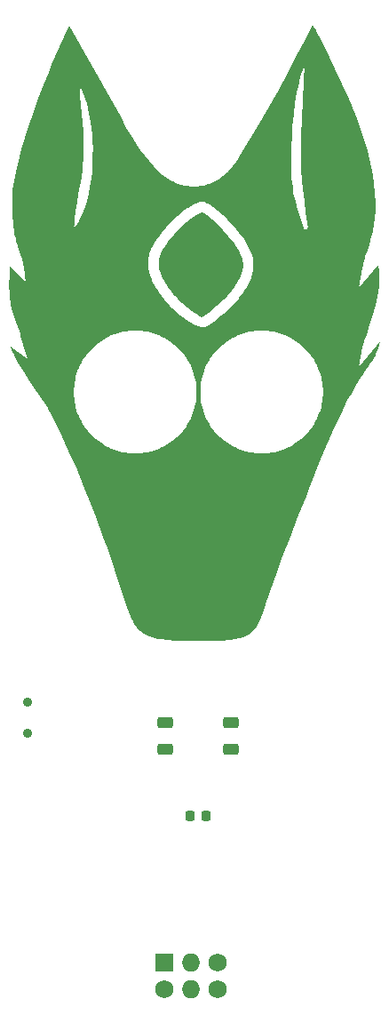
<source format=gts>
G04 #@! TF.GenerationSoftware,KiCad,Pcbnew,8.0.8*
G04 #@! TF.CreationDate,2025-01-21T00:02:22+01:00*
G04 #@! TF.ProjectId,cerberus,63657262-6572-4757-932e-6b696361645f,rev?*
G04 #@! TF.SameCoordinates,Original*
G04 #@! TF.FileFunction,Soldermask,Top*
G04 #@! TF.FilePolarity,Negative*
%FSLAX46Y46*%
G04 Gerber Fmt 4.6, Leading zero omitted, Abs format (unit mm)*
G04 Created by KiCad (PCBNEW 8.0.8) date 2025-01-21 00:02:22*
%MOMM*%
%LPD*%
G01*
G04 APERTURE LIST*
G04 Aperture macros list*
%AMRoundRect*
0 Rectangle with rounded corners*
0 $1 Rounding radius*
0 $2 $3 $4 $5 $6 $7 $8 $9 X,Y pos of 4 corners*
0 Add a 4 corners polygon primitive as box body*
4,1,4,$2,$3,$4,$5,$6,$7,$8,$9,$2,$3,0*
0 Add four circle primitives for the rounded corners*
1,1,$1+$1,$2,$3*
1,1,$1+$1,$4,$5*
1,1,$1+$1,$6,$7*
1,1,$1+$1,$8,$9*
0 Add four rect primitives between the rounded corners*
20,1,$1+$1,$2,$3,$4,$5,0*
20,1,$1+$1,$4,$5,$6,$7,0*
20,1,$1+$1,$6,$7,$8,$9,0*
20,1,$1+$1,$8,$9,$2,$3,0*%
G04 Aperture macros list end*
%ADD10C,0.000000*%
%ADD11RoundRect,0.218750X0.218750X0.256250X-0.218750X0.256250X-0.218750X-0.256250X0.218750X-0.256250X0*%
%ADD12R,1.727200X1.727200*%
%ADD13C,1.727200*%
%ADD14O,1.727200X1.727200*%
%ADD15RoundRect,0.275000X0.475000X0.275000X-0.475000X0.275000X-0.475000X-0.275000X0.475000X-0.275000X0*%
%ADD16C,0.900000*%
G04 APERTURE END LIST*
D10*
G36*
X65828310Y-71988823D02*
G01*
X65876926Y-72005515D01*
X65934398Y-72032744D01*
X66000219Y-72070024D01*
X66073884Y-72116874D01*
X66154888Y-72172808D01*
X66242725Y-72237344D01*
X66336890Y-72309996D01*
X66542180Y-72477716D01*
X66766715Y-72672098D01*
X67006452Y-72889271D01*
X67257345Y-73125362D01*
X67535075Y-73397972D01*
X67810738Y-73682017D01*
X68079939Y-73973287D01*
X68338283Y-74267572D01*
X68581372Y-74560662D01*
X68695823Y-74705442D01*
X68804812Y-74848344D01*
X68907789Y-74988842D01*
X69004206Y-75126410D01*
X69093512Y-75260521D01*
X69175158Y-75390648D01*
X69254728Y-75525268D01*
X69328240Y-75657521D01*
X69395673Y-75787580D01*
X69457004Y-75915612D01*
X69512212Y-76041788D01*
X69561275Y-76166278D01*
X69604170Y-76289252D01*
X69640875Y-76410878D01*
X69671369Y-76531327D01*
X69695630Y-76650768D01*
X69713635Y-76769372D01*
X69725362Y-76887308D01*
X69730790Y-77004746D01*
X69729897Y-77121855D01*
X69722660Y-77238805D01*
X69709058Y-77355766D01*
X69688037Y-77478761D01*
X69660090Y-77603155D01*
X69625195Y-77729126D01*
X69583329Y-77856853D01*
X69534471Y-77986514D01*
X69478599Y-78118288D01*
X69415690Y-78252351D01*
X69345722Y-78388884D01*
X69268675Y-78528064D01*
X69184525Y-78670070D01*
X69093251Y-78815079D01*
X68994830Y-78963270D01*
X68889241Y-79114821D01*
X68776461Y-79269911D01*
X68656470Y-79428718D01*
X68529244Y-79591421D01*
X68387885Y-79759411D01*
X68225732Y-79938892D01*
X68046108Y-80127014D01*
X67852335Y-80320931D01*
X67647738Y-80517795D01*
X67435637Y-80714756D01*
X67219358Y-80908967D01*
X67002222Y-81097580D01*
X66804350Y-81264312D01*
X66614321Y-81419905D01*
X66435079Y-81561841D01*
X66269571Y-81687604D01*
X66192889Y-81743633D01*
X66120744Y-81794674D01*
X66053506Y-81840413D01*
X65991543Y-81880535D01*
X65935223Y-81914724D01*
X65884914Y-81942667D01*
X65840986Y-81964049D01*
X65803805Y-81978554D01*
X65780882Y-81978120D01*
X65749464Y-81970149D01*
X65709964Y-81954952D01*
X65662797Y-81932838D01*
X65608377Y-81904121D01*
X65547118Y-81869109D01*
X65405739Y-81781448D01*
X65241974Y-81672342D01*
X65059137Y-81544278D01*
X64860542Y-81399742D01*
X64649502Y-81241221D01*
X64407597Y-81051546D01*
X64165448Y-80850953D01*
X63926688Y-80642125D01*
X63694948Y-80427748D01*
X63582845Y-80319317D01*
X63473858Y-80210505D01*
X63368442Y-80101649D01*
X63267051Y-79993082D01*
X63170138Y-79885142D01*
X63078157Y-79778163D01*
X62991562Y-79672481D01*
X62910808Y-79568432D01*
X62908947Y-79566572D01*
X62792347Y-79411541D01*
X62681663Y-79259566D01*
X62576873Y-79110559D01*
X62477957Y-78964434D01*
X62384894Y-78821103D01*
X62297664Y-78680479D01*
X62216246Y-78542475D01*
X62140620Y-78407005D01*
X62070764Y-78273981D01*
X62006658Y-78143316D01*
X61948282Y-78014923D01*
X61895615Y-77888716D01*
X61848636Y-77764607D01*
X61807325Y-77642509D01*
X61771661Y-77522336D01*
X61741623Y-77404000D01*
X61718903Y-77296000D01*
X61701055Y-77189099D01*
X61688061Y-77083218D01*
X61679902Y-76978277D01*
X61676557Y-76874194D01*
X61678007Y-76770889D01*
X61684233Y-76668283D01*
X61695216Y-76566294D01*
X61710935Y-76464842D01*
X61731372Y-76363847D01*
X61756507Y-76263229D01*
X61786320Y-76162906D01*
X61820792Y-76062800D01*
X61859903Y-75962828D01*
X61903635Y-75862912D01*
X61951967Y-75762969D01*
X61997902Y-75675775D01*
X62048567Y-75585507D01*
X62163269Y-75396676D01*
X62294429Y-75198324D01*
X62440407Y-74992300D01*
X62599557Y-74780452D01*
X62770238Y-74564629D01*
X62950807Y-74346679D01*
X63139622Y-74128450D01*
X63331166Y-73916011D01*
X63526983Y-73707467D01*
X63725553Y-73504535D01*
X63925356Y-73308932D01*
X64124873Y-73122372D01*
X64322583Y-72946572D01*
X64516968Y-72783248D01*
X64706506Y-72634116D01*
X64751950Y-72601163D01*
X64847158Y-72533144D01*
X64942900Y-72467057D01*
X65038527Y-72403261D01*
X65133390Y-72342119D01*
X65226839Y-72283992D01*
X65318224Y-72229240D01*
X65406897Y-72178226D01*
X65492208Y-72131310D01*
X65553190Y-72098773D01*
X65608344Y-72069705D01*
X65657173Y-72044374D01*
X65699180Y-72023048D01*
X65733868Y-72005995D01*
X65760741Y-71993483D01*
X65771092Y-71989014D01*
X65779302Y-71985779D01*
X65785311Y-71983814D01*
X65789055Y-71983152D01*
X65828310Y-71988823D01*
G37*
G36*
X76456219Y-54292555D02*
G01*
X76572511Y-54478496D01*
X76812852Y-54895499D01*
X77059341Y-55358828D01*
X77306939Y-55851880D01*
X77550609Y-56358050D01*
X77785312Y-56860735D01*
X78207669Y-57789238D01*
X78449520Y-58321710D01*
X78554535Y-58546416D01*
X78603274Y-58647766D01*
X78649578Y-58741544D01*
X78987465Y-59425553D01*
X79321629Y-60125139D01*
X79649852Y-60839244D01*
X79969915Y-61566806D01*
X80279598Y-62306766D01*
X80576682Y-63058065D01*
X80858949Y-63819642D01*
X81124178Y-64590438D01*
X81367624Y-65361379D01*
X81589475Y-66138070D01*
X81787506Y-66919367D01*
X81959493Y-67704122D01*
X82103209Y-68491189D01*
X82216429Y-69279424D01*
X82296929Y-70067681D01*
X82324213Y-70461459D01*
X82342482Y-70854812D01*
X82351052Y-71259190D01*
X82348537Y-71644029D01*
X82335728Y-72010469D01*
X82313418Y-72359647D01*
X82282398Y-72692702D01*
X82243461Y-73010772D01*
X82197398Y-73314997D01*
X82145001Y-73606514D01*
X82087064Y-73886462D01*
X82024376Y-74155980D01*
X81957732Y-74416205D01*
X81887922Y-74668277D01*
X81741975Y-75152513D01*
X81592871Y-75617797D01*
X81459191Y-76034079D01*
X81394564Y-76241587D01*
X81332107Y-76449853D01*
X81272339Y-76659762D01*
X81215781Y-76872202D01*
X81162954Y-77088056D01*
X81114378Y-77308212D01*
X80726584Y-79173029D01*
X82595869Y-77028844D01*
X82641677Y-77221403D01*
X82678472Y-77419114D01*
X82726550Y-77828315D01*
X82743153Y-78253097D01*
X82731330Y-78690108D01*
X82694131Y-79136000D01*
X82634604Y-79587419D01*
X82555800Y-80041017D01*
X82460766Y-80493443D01*
X82352553Y-80941345D01*
X82234210Y-81381373D01*
X81979330Y-82224405D01*
X81720521Y-82995734D01*
X81482176Y-83668554D01*
X81350248Y-84039158D01*
X81292244Y-84205813D01*
X81240389Y-84359601D01*
X81195315Y-84500197D01*
X81157652Y-84627276D01*
X81128034Y-84740511D01*
X81116439Y-84791836D01*
X81107092Y-84839578D01*
X80759493Y-86787403D01*
X81989909Y-85236015D01*
X82074309Y-85130491D01*
X82163049Y-85021756D01*
X82255889Y-84910723D01*
X82352588Y-84798306D01*
X82452907Y-84685421D01*
X82556606Y-84572982D01*
X82663447Y-84461902D01*
X82773188Y-84353098D01*
X82776503Y-84349983D01*
X82724034Y-84557380D01*
X82668115Y-84753560D01*
X82608666Y-84939724D01*
X82545608Y-85117074D01*
X82478861Y-85286810D01*
X82408348Y-85450134D01*
X82333988Y-85608247D01*
X82255703Y-85762350D01*
X82173413Y-85913645D01*
X82087039Y-86063332D01*
X81996503Y-86212613D01*
X81901725Y-86362689D01*
X81699126Y-86670029D01*
X81478609Y-86994964D01*
X81191805Y-87418888D01*
X80798114Y-88023443D01*
X80418699Y-88642088D01*
X80052716Y-89273608D01*
X79699319Y-89916789D01*
X79026910Y-91233276D01*
X78394713Y-92581838D01*
X77795973Y-93952761D01*
X77223933Y-95336332D01*
X76132925Y-98102565D01*
X75848176Y-98832075D01*
X75454106Y-99832573D01*
X74962304Y-101076450D01*
X74222627Y-102943601D01*
X73499206Y-104806419D01*
X72793959Y-106696805D01*
X72448749Y-107662303D01*
X72108801Y-108646656D01*
X71972240Y-109055491D01*
X71844006Y-109446464D01*
X71526745Y-110383882D01*
X71369000Y-110787483D01*
X71200282Y-111149786D01*
X71011920Y-111472371D01*
X70907663Y-111619264D01*
X70795242Y-111756819D01*
X70673575Y-111885235D01*
X70541577Y-112004709D01*
X70398164Y-112115439D01*
X70242252Y-112217622D01*
X70072757Y-112311456D01*
X69888596Y-112397138D01*
X69688684Y-112474865D01*
X69471937Y-112544836D01*
X69237271Y-112607248D01*
X68983603Y-112662298D01*
X68414922Y-112751104D01*
X67757223Y-112812833D01*
X67001834Y-112849066D01*
X66140083Y-112861383D01*
X65163298Y-112851364D01*
X64184891Y-112827853D01*
X63324511Y-112794376D01*
X62571991Y-112744368D01*
X61917162Y-112671260D01*
X61623203Y-112623992D01*
X61349855Y-112568487D01*
X61095844Y-112503924D01*
X60859902Y-112429482D01*
X60640756Y-112344340D01*
X60437135Y-112247677D01*
X60247768Y-112138673D01*
X60071385Y-112016506D01*
X59906715Y-111880357D01*
X59752485Y-111729403D01*
X59607426Y-111562824D01*
X59470266Y-111379800D01*
X59339734Y-111179509D01*
X59214559Y-110961130D01*
X59093470Y-110723844D01*
X58975196Y-110466828D01*
X58742009Y-109890326D01*
X58504830Y-109225056D01*
X57977820Y-107601951D01*
X57471180Y-106023371D01*
X56849717Y-104170644D01*
X56485216Y-103134911D01*
X56079156Y-102022764D01*
X55627254Y-100831578D01*
X55125224Y-99558727D01*
X54691180Y-98486849D01*
X54248752Y-97413265D01*
X53797788Y-96343412D01*
X53338138Y-95282726D01*
X52861498Y-94217666D01*
X52372893Y-93165734D01*
X51871816Y-92131447D01*
X51616440Y-91622332D01*
X51357756Y-91119323D01*
X51234632Y-90893068D01*
X51093538Y-90650857D01*
X50936325Y-90393901D01*
X50764839Y-90123416D01*
X50386443Y-89546703D01*
X50104890Y-89126880D01*
X53609365Y-89126880D01*
X53616978Y-89427890D01*
X53639573Y-89724956D01*
X53676781Y-90017709D01*
X53728234Y-90305781D01*
X53793564Y-90588804D01*
X53872403Y-90866410D01*
X53964384Y-91138228D01*
X54069138Y-91403892D01*
X54186297Y-91663032D01*
X54315493Y-91915281D01*
X54456359Y-92160268D01*
X54608525Y-92397627D01*
X54771625Y-92626988D01*
X54945289Y-92847983D01*
X55129151Y-93060243D01*
X55322842Y-93263401D01*
X55526007Y-93457075D01*
X55738272Y-93640925D01*
X55959269Y-93814581D01*
X56188630Y-93977674D01*
X56425987Y-94129837D01*
X56670971Y-94270701D01*
X56923215Y-94399896D01*
X57182351Y-94517055D01*
X57448010Y-94621809D01*
X57719825Y-94713789D01*
X57997427Y-94792626D01*
X58280448Y-94857952D01*
X58568521Y-94909399D01*
X58861276Y-94946598D01*
X59158347Y-94969179D01*
X59459364Y-94976776D01*
X59760390Y-94969180D01*
X60057469Y-94946600D01*
X60350231Y-94909403D01*
X60638308Y-94857959D01*
X60921334Y-94792636D01*
X61198939Y-94713802D01*
X61470755Y-94621825D01*
X61736415Y-94517074D01*
X61995550Y-94399917D01*
X62247793Y-94270723D01*
X62492774Y-94129859D01*
X62730127Y-93977695D01*
X62959483Y-93814599D01*
X63180473Y-93640939D01*
X63392730Y-93457083D01*
X63595887Y-93263401D01*
X63789577Y-93060236D01*
X63973439Y-92847971D01*
X64147104Y-92626974D01*
X64310203Y-92397613D01*
X64462370Y-92160256D01*
X64603235Y-91915272D01*
X64732431Y-91663028D01*
X64849590Y-91403892D01*
X64954344Y-91138233D01*
X65046325Y-90866418D01*
X65125164Y-90588816D01*
X65190494Y-90305795D01*
X65241947Y-90017723D01*
X65279155Y-89724968D01*
X65301749Y-89427897D01*
X65309363Y-89126880D01*
X65649374Y-89126880D01*
X65656988Y-89427906D01*
X65679584Y-89724984D01*
X65716794Y-90017746D01*
X65768250Y-90305823D01*
X65833583Y-90588848D01*
X65912426Y-90866453D01*
X66004409Y-91138270D01*
X66109166Y-91403929D01*
X66226326Y-91663064D01*
X66355524Y-91915307D01*
X66496389Y-92160288D01*
X66648555Y-92397641D01*
X66811652Y-92626997D01*
X66985312Y-92847987D01*
X67169168Y-93060245D01*
X67362851Y-93263401D01*
X67566016Y-93457075D01*
X67778281Y-93640925D01*
X67999278Y-93814581D01*
X68228639Y-93977674D01*
X68465996Y-94129837D01*
X68710980Y-94270701D01*
X68963224Y-94399896D01*
X69222360Y-94517055D01*
X69488019Y-94621809D01*
X69759834Y-94713789D01*
X70037436Y-94792626D01*
X70320457Y-94857952D01*
X70608529Y-94909399D01*
X70901285Y-94946598D01*
X71198355Y-94969179D01*
X71499373Y-94976776D01*
X71800399Y-94969180D01*
X72097476Y-94946600D01*
X72390238Y-94909403D01*
X72678315Y-94857959D01*
X72961341Y-94792636D01*
X73238945Y-94713802D01*
X73510762Y-94621825D01*
X73776421Y-94517074D01*
X74035556Y-94399917D01*
X74287799Y-94270723D01*
X74532780Y-94129859D01*
X74770133Y-93977695D01*
X74999489Y-93814599D01*
X75220479Y-93640939D01*
X75432737Y-93457083D01*
X75635893Y-93263401D01*
X75829584Y-93060236D01*
X76013446Y-92847971D01*
X76187111Y-92626974D01*
X76350211Y-92397613D01*
X76502377Y-92160256D01*
X76643243Y-91915272D01*
X76772439Y-91663028D01*
X76889598Y-91403892D01*
X76994351Y-91138233D01*
X77086332Y-90866418D01*
X77165171Y-90588816D01*
X77230501Y-90305795D01*
X77281954Y-90017723D01*
X77319162Y-89724968D01*
X77341756Y-89427897D01*
X77349369Y-89126880D01*
X77341740Y-88825871D01*
X77319133Y-88528805D01*
X77281917Y-88236052D01*
X77230459Y-87947979D01*
X77165127Y-87664956D01*
X77086288Y-87387351D01*
X76994310Y-87115532D01*
X76889560Y-86849868D01*
X76772407Y-86590728D01*
X76643216Y-86338480D01*
X76502357Y-86093492D01*
X76350197Y-85856133D01*
X76187103Y-85626772D01*
X76013442Y-85405777D01*
X75829583Y-85193517D01*
X75635893Y-84990360D01*
X75432727Y-84796669D01*
X75220459Y-84612807D01*
X74999458Y-84439142D01*
X74770092Y-84276042D01*
X74532729Y-84123875D01*
X74287738Y-83983010D01*
X74035488Y-83853814D01*
X73776348Y-83736655D01*
X73510684Y-83631901D01*
X73238867Y-83539920D01*
X72961265Y-83461081D01*
X72678246Y-83395750D01*
X72390179Y-83344297D01*
X72097432Y-83307090D01*
X71800374Y-83284495D01*
X71499373Y-83276882D01*
X71198346Y-83284495D01*
X70901268Y-83307090D01*
X70608506Y-83344297D01*
X70320428Y-83395750D01*
X70037403Y-83461081D01*
X69759798Y-83539920D01*
X69487981Y-83631901D01*
X69222321Y-83736655D01*
X68963186Y-83853814D01*
X68710944Y-83983010D01*
X68465962Y-84123875D01*
X68228610Y-84276042D01*
X67999254Y-84439142D01*
X67778264Y-84612807D01*
X67566007Y-84796669D01*
X67362851Y-84990360D01*
X67169176Y-85193525D01*
X66985327Y-85405790D01*
X66811671Y-85626787D01*
X66648576Y-85856147D01*
X66496412Y-86093504D01*
X66355546Y-86338489D01*
X66226348Y-86590733D01*
X66109185Y-86849868D01*
X66004426Y-87115528D01*
X65912439Y-87387342D01*
X65833594Y-87664944D01*
X65768257Y-87947965D01*
X65716799Y-88236038D01*
X65679586Y-88528793D01*
X65656989Y-88825863D01*
X65649374Y-89126880D01*
X65309363Y-89126880D01*
X65301749Y-88825871D01*
X65279155Y-88528805D01*
X65241947Y-88236052D01*
X65190494Y-87947979D01*
X65125164Y-87664956D01*
X65046325Y-87387351D01*
X64954344Y-87115532D01*
X64849590Y-86849868D01*
X64732431Y-86590728D01*
X64603235Y-86338480D01*
X64462370Y-86093492D01*
X64310203Y-85856133D01*
X64147104Y-85626772D01*
X63973439Y-85405777D01*
X63789577Y-85193517D01*
X63595887Y-84990360D01*
X63392721Y-84796669D01*
X63180452Y-84612807D01*
X62959451Y-84439142D01*
X62730084Y-84276042D01*
X62492721Y-84123875D01*
X62247730Y-83983010D01*
X61995480Y-83853814D01*
X61736339Y-83736655D01*
X61470676Y-83631901D01*
X61198859Y-83539920D01*
X60921256Y-83461081D01*
X60638237Y-83395750D01*
X60350170Y-83344297D01*
X60057423Y-83307090D01*
X59760365Y-83284495D01*
X59459364Y-83276882D01*
X59158355Y-83284494D01*
X58861289Y-83307085D01*
X58568535Y-83344289D01*
X58280462Y-83395736D01*
X57997439Y-83461060D01*
X57719834Y-83539893D01*
X57448015Y-83631868D01*
X57182351Y-83736617D01*
X56923211Y-83853772D01*
X56670962Y-83982965D01*
X56425974Y-84123831D01*
X56188616Y-84275999D01*
X55959255Y-84439104D01*
X55738260Y-84612778D01*
X55525999Y-84796652D01*
X55322842Y-84990360D01*
X55129151Y-85193526D01*
X54945289Y-85405794D01*
X54771624Y-85626795D01*
X54608525Y-85856161D01*
X54456358Y-86093524D01*
X54315493Y-86338515D01*
X54186297Y-86590765D01*
X54069138Y-86849906D01*
X53964384Y-87115569D01*
X53872403Y-87387386D01*
X53793564Y-87664988D01*
X53728233Y-87948007D01*
X53676780Y-88236074D01*
X53639573Y-88528821D01*
X53616978Y-88825879D01*
X53609365Y-89126880D01*
X50104890Y-89126880D01*
X49973137Y-88930423D01*
X49282684Y-87895940D01*
X48938012Y-87363928D01*
X48604653Y-86830028D01*
X48290817Y-86300207D01*
X48004713Y-85780434D01*
X47874626Y-85526181D01*
X47754549Y-85276677D01*
X47645510Y-85032670D01*
X47548534Y-84794904D01*
X49158555Y-85959596D01*
X48782868Y-84593017D01*
X48703448Y-84312397D01*
X48624313Y-84047701D01*
X48545671Y-83797334D01*
X48467728Y-83559702D01*
X48314759Y-83116266D01*
X48167058Y-82704635D01*
X47982385Y-82186205D01*
X47815917Y-81674199D01*
X47741243Y-81411665D01*
X47673200Y-81140010D01*
X47612482Y-80855657D01*
X47559783Y-80555031D01*
X47515794Y-80234555D01*
X47481211Y-79890653D01*
X47456726Y-79519751D01*
X47443033Y-79118270D01*
X47440825Y-78682636D01*
X47450795Y-78209273D01*
X47473638Y-77694605D01*
X47510046Y-77135055D01*
X47535645Y-77159631D01*
X47561307Y-77184780D01*
X47613269Y-77236992D01*
X47666843Y-77292086D01*
X47722937Y-77350460D01*
X47830123Y-77461779D01*
X47889958Y-77523063D01*
X47955323Y-77589077D01*
X47955122Y-77588983D01*
X49050829Y-78687202D01*
X48800807Y-77157322D01*
X48766713Y-76970129D01*
X48744308Y-76867450D01*
X60669061Y-76867450D01*
X60673985Y-77014447D01*
X60685686Y-77162743D01*
X60704192Y-77312452D01*
X60729531Y-77463687D01*
X60761732Y-77616561D01*
X60798382Y-77761892D01*
X60841235Y-77908541D01*
X60890315Y-78056615D01*
X60945649Y-78206221D01*
X61007261Y-78357466D01*
X61075178Y-78510458D01*
X61149425Y-78665305D01*
X61230027Y-78822112D01*
X61317011Y-78980988D01*
X61410400Y-79142040D01*
X61510222Y-79305374D01*
X61616502Y-79471099D01*
X61729265Y-79639322D01*
X61848536Y-79810148D01*
X61974342Y-79983687D01*
X62106707Y-80160045D01*
X62197843Y-80277583D01*
X62295236Y-80396704D01*
X62398388Y-80517038D01*
X62506800Y-80638219D01*
X62619975Y-80759878D01*
X62737415Y-80881645D01*
X62983096Y-81124033D01*
X63239859Y-81362436D01*
X63503719Y-81593907D01*
X63770691Y-81815497D01*
X64036791Y-82024259D01*
X64185732Y-82135346D01*
X64334135Y-82241271D01*
X64481411Y-82341604D01*
X64626968Y-82435912D01*
X64770217Y-82523766D01*
X64910566Y-82604733D01*
X65047426Y-82678384D01*
X65180205Y-82744286D01*
X65308315Y-82802009D01*
X65431163Y-82851122D01*
X65548160Y-82891193D01*
X65658715Y-82921792D01*
X65762238Y-82942487D01*
X65811178Y-82948986D01*
X65858139Y-82952847D01*
X65903046Y-82954017D01*
X65945826Y-82952442D01*
X65986405Y-82948067D01*
X66024710Y-82940839D01*
X66038426Y-82936922D01*
X66101546Y-82916831D01*
X66171796Y-82888462D01*
X66248711Y-82852212D01*
X66331826Y-82808481D01*
X66420674Y-82757667D01*
X66514791Y-82700169D01*
X66716968Y-82566719D01*
X66934633Y-82411319D01*
X67164063Y-82237162D01*
X67401534Y-82047437D01*
X67643322Y-81845337D01*
X67876481Y-81642698D01*
X68109379Y-81433223D01*
X68338441Y-81219973D01*
X68560090Y-81006007D01*
X68770750Y-80794388D01*
X68966843Y-80588175D01*
X69144794Y-80390429D01*
X69225848Y-80295688D01*
X69301026Y-80204212D01*
X69302935Y-80202203D01*
X69450707Y-80012999D01*
X69590194Y-79827466D01*
X69721428Y-79645371D01*
X69844437Y-79466486D01*
X69959251Y-79290580D01*
X70065901Y-79117422D01*
X70164415Y-78946782D01*
X70254825Y-78778430D01*
X70337160Y-78612135D01*
X70411450Y-78447667D01*
X70477725Y-78284796D01*
X70536014Y-78123291D01*
X70586348Y-77962922D01*
X70628756Y-77803458D01*
X70663268Y-77644670D01*
X70689915Y-77486326D01*
X70709228Y-77323396D01*
X70720233Y-77161455D01*
X70722962Y-77000265D01*
X70717446Y-76839588D01*
X70703715Y-76679186D01*
X70681801Y-76518823D01*
X70651735Y-76358260D01*
X70613548Y-76197260D01*
X70567272Y-76035585D01*
X70512937Y-75872998D01*
X70450574Y-75709260D01*
X70380215Y-75544136D01*
X70301891Y-75377386D01*
X70215633Y-75208774D01*
X70121471Y-75038061D01*
X70019438Y-74865011D01*
X69928623Y-74720083D01*
X69829859Y-74571284D01*
X69723735Y-74419175D01*
X69610836Y-74264320D01*
X69491751Y-74107280D01*
X69367066Y-73948619D01*
X69103247Y-73628678D01*
X68824076Y-73308996D01*
X68534251Y-72994072D01*
X68238470Y-72688404D01*
X67941430Y-72396492D01*
X67782377Y-72246739D01*
X67623599Y-72102278D01*
X67465724Y-71963711D01*
X67309381Y-71831641D01*
X67155200Y-71706671D01*
X67003809Y-71589404D01*
X66855837Y-71480444D01*
X66711913Y-71380393D01*
X66572665Y-71289854D01*
X66438724Y-71209431D01*
X66310718Y-71139726D01*
X66189275Y-71081343D01*
X66075026Y-71034884D01*
X65968597Y-71000952D01*
X65918513Y-70988872D01*
X65870620Y-70980151D01*
X65824996Y-70974863D01*
X65781769Y-70973085D01*
X65746954Y-70974288D01*
X65709861Y-70977856D01*
X65670600Y-70983729D01*
X65629280Y-70991847D01*
X65586008Y-71002149D01*
X65540894Y-71014574D01*
X65494046Y-71029062D01*
X65445572Y-71045552D01*
X65395580Y-71063984D01*
X65344180Y-71084298D01*
X65237586Y-71130327D01*
X65126657Y-71183157D01*
X65012261Y-71242302D01*
X64927995Y-71288436D01*
X64841204Y-71337774D01*
X64752349Y-71390061D01*
X64661890Y-71445042D01*
X64570290Y-71502464D01*
X64478008Y-71562071D01*
X64385505Y-71623609D01*
X64293244Y-71686824D01*
X64288723Y-71686824D01*
X64154618Y-71786411D01*
X63939998Y-71952152D01*
X63719907Y-72134331D01*
X63496162Y-72330905D01*
X63270584Y-72539832D01*
X63044991Y-72759071D01*
X62821204Y-72986579D01*
X62601041Y-73220314D01*
X62386323Y-73458234D01*
X62177403Y-73699954D01*
X61976967Y-73942601D01*
X61786829Y-74184138D01*
X61608804Y-74422522D01*
X61444705Y-74655716D01*
X61296347Y-74881680D01*
X61228638Y-74991313D01*
X61165545Y-75098373D01*
X61107293Y-75202606D01*
X61054111Y-75303756D01*
X60986348Y-75443957D01*
X60925052Y-75584207D01*
X60870251Y-75724621D01*
X60821975Y-75865313D01*
X60780250Y-76006395D01*
X60745105Y-76147981D01*
X60716567Y-76290185D01*
X60694666Y-76433120D01*
X60679429Y-76576900D01*
X60670885Y-76721639D01*
X60669061Y-76867450D01*
X48744308Y-76867450D01*
X48726885Y-76787606D01*
X48682021Y-76608716D01*
X48632817Y-76432422D01*
X48579969Y-76257691D01*
X48524174Y-76083485D01*
X48406529Y-75732507D01*
X48277429Y-75346757D01*
X48213973Y-75147141D01*
X48152695Y-74941999D01*
X48094678Y-74730557D01*
X48041009Y-74512040D01*
X47992772Y-74285674D01*
X47951053Y-74050685D01*
X47888939Y-73634324D01*
X47866835Y-73468383D01*
X53625895Y-73468383D01*
X53625945Y-73468383D01*
X53780005Y-73286159D01*
X53926722Y-73084460D01*
X54066150Y-72864379D01*
X54198343Y-72627008D01*
X54441249Y-72104768D01*
X54655880Y-71526480D01*
X54821119Y-70973083D01*
X54842676Y-70900885D01*
X55002079Y-70236724D01*
X55134527Y-69542737D01*
X55240463Y-68827665D01*
X55320326Y-68100248D01*
X55374556Y-67369228D01*
X55403594Y-66643344D01*
X55407881Y-65931337D01*
X55387857Y-65241949D01*
X55343963Y-64583918D01*
X55276638Y-63965987D01*
X55186324Y-63396896D01*
X55036017Y-62595942D01*
X54938166Y-62124546D01*
X54822910Y-61637954D01*
X54758221Y-61396479D01*
X54688543Y-61160229D01*
X54613660Y-60932212D01*
X54533360Y-60715435D01*
X54447429Y-60512907D01*
X54355656Y-60327635D01*
X54257825Y-60162628D01*
X54153726Y-60020892D01*
X54211517Y-60922628D01*
X54280461Y-61788856D01*
X54419657Y-63468873D01*
X54473832Y-64309709D01*
X54507008Y-65169127D01*
X54511147Y-66060650D01*
X54499816Y-66522676D01*
X54478212Y-66997800D01*
X54448541Y-67428742D01*
X54409138Y-67854700D01*
X54306783Y-68692903D01*
X54182434Y-69514888D01*
X54047380Y-70323138D01*
X53912911Y-71120131D01*
X53790314Y-71908349D01*
X53690879Y-72690273D01*
X53653375Y-73079650D01*
X53625895Y-73468383D01*
X47866835Y-73468383D01*
X47861279Y-73426675D01*
X47835921Y-73219014D01*
X47812892Y-73011068D01*
X47792221Y-72802563D01*
X47773934Y-72593226D01*
X47758059Y-72382782D01*
X47744581Y-72170844D01*
X47733632Y-71958246D01*
X47725233Y-71744738D01*
X47719408Y-71530069D01*
X47716178Y-71313990D01*
X47715565Y-71096250D01*
X47717593Y-70876598D01*
X47722284Y-70654785D01*
X47722284Y-70652876D01*
X47741042Y-70287902D01*
X47777539Y-69896731D01*
X47830909Y-69481167D01*
X47900288Y-69043015D01*
X48083608Y-68106163D01*
X48320578Y-67100610D01*
X48604273Y-66040791D01*
X48927772Y-64941143D01*
X49284151Y-63816101D01*
X49666489Y-62680099D01*
X50133427Y-61366908D01*
X50613712Y-60083938D01*
X51096691Y-58853422D01*
X51571709Y-57697597D01*
X52028114Y-56638699D01*
X52455251Y-55698962D01*
X52842468Y-54900622D01*
X53179111Y-54265915D01*
X57710212Y-62310592D01*
X58038919Y-62907008D01*
X58610009Y-63934397D01*
X58920189Y-64472613D01*
X59247561Y-65017766D01*
X59592700Y-65562800D01*
X59956180Y-66100658D01*
X60338579Y-66624283D01*
X60740470Y-67126617D01*
X61162430Y-67600604D01*
X61381115Y-67824762D01*
X61605034Y-68039187D01*
X61834257Y-68242996D01*
X62068858Y-68435308D01*
X62308907Y-68615240D01*
X62554476Y-68781910D01*
X62805639Y-68934437D01*
X63062466Y-69071938D01*
X63325029Y-69193530D01*
X63593401Y-69298332D01*
X63867653Y-69385462D01*
X64147858Y-69454037D01*
X64434087Y-69503176D01*
X64726412Y-69531995D01*
X64954593Y-69541262D01*
X65176277Y-69540515D01*
X65391603Y-69530090D01*
X65600710Y-69510323D01*
X65803739Y-69481551D01*
X66000827Y-69444108D01*
X66192115Y-69398333D01*
X66377741Y-69344560D01*
X66557844Y-69283127D01*
X66732564Y-69214368D01*
X66902040Y-69138621D01*
X67066411Y-69056221D01*
X67225816Y-68967504D01*
X67380395Y-68872807D01*
X67530286Y-68772466D01*
X67675629Y-68666816D01*
X67811622Y-68560167D01*
X67943211Y-68449418D01*
X68070546Y-68334874D01*
X68193777Y-68216840D01*
X68313054Y-68095618D01*
X68428527Y-67971514D01*
X68540347Y-67844831D01*
X68648662Y-67715872D01*
X68753624Y-67584944D01*
X68855381Y-67452348D01*
X68954085Y-67318390D01*
X69049885Y-67183373D01*
X69112506Y-67090547D01*
X74299166Y-67090547D01*
X74304281Y-67669239D01*
X74322228Y-68204712D01*
X74353215Y-68703822D01*
X74397452Y-69173424D01*
X74455147Y-69620377D01*
X74526509Y-70051535D01*
X74611747Y-70473756D01*
X74711070Y-70893895D01*
X74824687Y-71318810D01*
X74952807Y-71755356D01*
X75253390Y-72690768D01*
X75614491Y-73754984D01*
X75614542Y-73754984D01*
X75645279Y-73716320D01*
X75674227Y-73682923D01*
X75701390Y-73654168D01*
X75726770Y-73629431D01*
X75772187Y-73589512D01*
X75810495Y-73558172D01*
X75841713Y-73530417D01*
X75854667Y-73516324D01*
X75865856Y-73501253D01*
X75875281Y-73484582D01*
X75882943Y-73465686D01*
X75888846Y-73443940D01*
X75892990Y-73418721D01*
X75895380Y-73389403D01*
X75896016Y-73355364D01*
X75894900Y-73315977D01*
X75892036Y-73270620D01*
X75881069Y-73159496D01*
X75863131Y-73016997D01*
X75722018Y-72033367D01*
X75569287Y-70890941D01*
X75448492Y-69840441D01*
X75356988Y-68869532D01*
X75292132Y-67965884D01*
X75251279Y-67117165D01*
X75231786Y-66311040D01*
X75246304Y-64777250D01*
X75630017Y-57879473D01*
X75474390Y-58253227D01*
X75330269Y-58663389D01*
X75197308Y-59105580D01*
X75075160Y-59575420D01*
X74963478Y-60068530D01*
X74861915Y-60580531D01*
X74687761Y-61643687D01*
X74549926Y-62729855D01*
X74445635Y-63803999D01*
X74372116Y-64831085D01*
X74326596Y-65776078D01*
X74306674Y-66461779D01*
X74299166Y-67090547D01*
X69112506Y-67090547D01*
X69233372Y-66911380D01*
X69407044Y-66638801D01*
X70338986Y-65114695D01*
X71269669Y-63543381D01*
X72193220Y-61937152D01*
X73103766Y-60308303D01*
X73948198Y-58756798D01*
X74773020Y-57201816D01*
X75573112Y-55654108D01*
X76343354Y-54124422D01*
X76456219Y-54292555D01*
G37*
D11*
X66217500Y-129540000D03*
X64642500Y-129540000D03*
D12*
X62230000Y-143510000D03*
D13*
X62230000Y-146050000D03*
D14*
X64770000Y-143510000D03*
X64770000Y-146050000D03*
D13*
X67310000Y-143510000D03*
X67310000Y-146050000D03*
D15*
X68580000Y-123190000D03*
X68580000Y-120650000D03*
X62280000Y-120650000D03*
X62280000Y-123190000D03*
D16*
X49200000Y-121630000D03*
X49200000Y-118630000D03*
M02*

</source>
